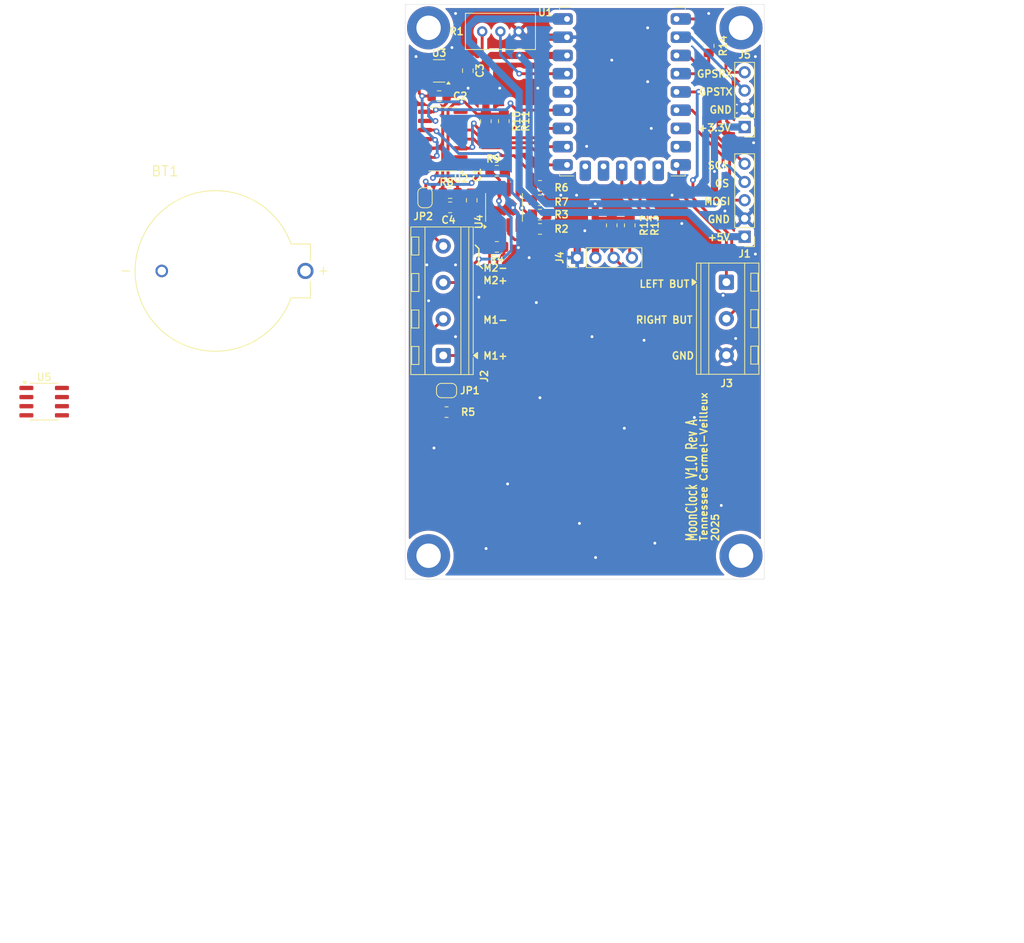
<source format=kicad_pcb>
(kicad_pcb (version 20241229) (generator "pcbnew") (generator_version "9.0")
  (layers (0 "F.Cu" signal) (2 "B.Cu" signal) (13 "F.Paste" user) (15 "B.Paste" user) (5 "F.SilkS" user "F.Silkscreen") (7 "B.SilkS" user "B.Silkscreen") (1 "F.Mask" user) (3 "B.Mask" user) (25 "Edge.Cuts" user))
  (net 0 "")
  (net 1 "GND")
  (net 2 "+3.3V")
  (net 3 "VREF_2048")
  (net 4 "DISP_SCK")
  (net 5 "DISP_CS")
  (net 6 "DISP_MOSI")
  (net 7 "+5V")
  (net 8 "/M2-")
  (net 9 "/M1+")
  (net 10 "/M1-")
  (net 11 "/M2+")
  (net 12 "RIGHT_BUT")
  (net 13 "LEFT_BUT")
  (net 14 "I2C1_SCL")
  (net 15 "I2C1_SDA")
  (net 16 "GPS_TX")
  (net 17 "GPS_RX")
  (net 18 "Net-(JP1-B)")
  (net 19 "Net-(JP2-B)")
  (net 20 "/CAL")
  (net 21 "Net-(U4A-+)")
  (net 22 "/M1_DAC")
  (net 23 "/M2_DAC")
  (net 24 "Net-(U4B-+)")
  (net 25 "DAC_CS")
  (net 26 "DAC_LDAC")
  (net 28 "DAC_SCK")
  (net 29 "DAC_MOSI")
  (net 38 "Net-(BT1-+)")
  (footprint "Resistor_SMD:R_0805_2012Metric_Pad1.20x1.40mm_HandSolder" (layer "F.Cu") (at 136.75 85.15)
    (property "Reference" "R6")
    (property "Value" "R_US" (hide yes))
  )
  (footprint "TerminalBlock_RND:TerminalBlock_RND_205-00234_1x04_P5.08mm_Horizontal" (layer "F.Cu") (at 123.2925 108.77 90)
    (property "Reference" "J2")
    (property "Value" "Screw_Terminal_01x04" (hide yes))
  )
  (footprint "bs7:BAT_BS-7" (layer "F.Cu") (at 94.1 97)
    (property "Reference" "BT1")
    (property "Value" "Battery_Cell")
  )
  (footprint "Connector_PinHeader_2.54mm:PinHeader_1x04_P2.54mm_Vertical" (layer "F.Cu") (at 141.94 95.15 90)
    (property "Reference" "J4")
    (property "Value" "Conn_01x04" (hide yes))
  )
  (footprint "Package_TO_SOT_SMD:SOT-23-6" (layer "F.Cu") (at 122.7125 69.15 180)
    (property "Reference" "U3")
    (property "Value" "MAX6071AAUT21+T" (hide yes))
  )
  (footprint "Potentiometer_THT:Potentiometer_Bourns_3296W_Vertical" (layer "F.Cu") (at 128.71 63.655 180)
    (property "Reference" "R1")
    (property "Value" "10K" (hide yes))
  )
  (footprint "Resistor_SMD:R_0805_2012Metric_Pad1.20x1.40mm_HandSolder" (layer "F.Cu") (at 136.75 89.15)
    (property "Reference" "R3")
    (property "Value" "R_US" (hide yes))
  )
  (footprint "Resistor_SMD:R_0805_2012Metric_Pad1.20x1.40mm_HandSolder" (layer "F.Cu") (at 130.75 83.05 180)
    (property "Reference" "R9")
    (property "Value" "R_US" (hide yes))
  )
  (footprint "Resistor_SMD:R_0805_2012Metric_Pad1.20x1.40mm_HandSolder" (layer "F.Cu") (at 123.75 116.65)
    (property "Reference" "R5")
    (property "Value" "R_US" (hide yes))
  )
  (footprint "Package_SO:SOIC-8_3.9x4.9mm_P1.27mm" (layer "F.Cu") (at 67.725 115.195)
    (property "Reference" "U5")
    (property "Value" "MCP7940N-xSN")
  )
  (footprint "Capacitor_SMD:C_0805_2012Metric_Pad1.18x1.45mm_HandSolder" (layer "F.Cu") (at 127.25 87.15 -90)
    (property "Reference" "C1")
    (property "Value" "100n" (hide yes))
  )
  (footprint "Jumper:SolderJumper-2_P1.3mm_Open_RoundedPad1.0x1.5mm" (layer "F.Cu") (at 123.75 113.65)
    (property "Reference" "JP1")
    (property "Value" "SolderJumper_2_Open" (hide yes))
  )
  (footprint "Resistor_SMD:R_0805_2012Metric_Pad1.20x1.40mm_HandSolder" (layer "F.Cu") (at 130.75 93.65 180)
    (property "Reference" "R4")
    (property "Value" "R_US" (hide yes))
  )
  (footprint "Resistor_SMD:R_0805_2012Metric_Pad1.20x1.40mm_HandSolder" (layer "F.Cu") (at 146.75 90.65 -90)
    (property "Reference" "R12")
    (property "Value" "10k" (hide yes))
  )
  (footprint "Connector_PinHeader_2.54mm:PinHeader_1x05_P2.54mm_Vertical" (layer "F.Cu") (at 165.25 92.23 180)
    (property "Reference" "J1")
    (property "Value" "Conn_01x05" (hide yes))
  )
  (footprint "TerminalBlock_RND:TerminalBlock_RND_205-00233_1x03_P5.08mm_Horizontal" (layer "F.Cu") (at 162.7075 98.565 -90)
    (property "Reference" "J3")
    (property "Value" "Screw_Terminal_01x03" (hide yes))
  )
  (footprint "Resistor_SMD:R_0805_2012Metric_Pad1.20x1.40mm_HandSolder" (layer "F.Cu") (at 136.75 87.15)
    (property "Reference" "R7")
    (property "Value" "R_US" (hide yes))
  )
  (footprint "Package_SO:SOIC-8_3.9x4.9mm_P1.27mm" (layer "F.Cu") (at 131.75 88.15 90)
    (property "Reference" "U4")
    (property "Value" "MCP6002-xSN" (hide yes))
  )
  (footprint "Resistor_SMD:R_0805_2012Metric_Pad1.20x1.40mm_HandSolder" (layer "F.Cu") (at 129.225 76.15 -90)
    (property "Reference" "R10")
    (property "Value" "10k" (hide yes))
  )
  (footprint "Capacitor_SMD:C_0805_2012Metric_Pad1.18x1.45mm_HandSolder" (layer "F.Cu") (at 126.7125 69.1125 -90)
    (property "Reference" "C3")
    (property "Value" "100n" (hide yes))
  )
  (footprint "Resistor_SMD:R_0805_2012Metric_Pad1.20x1.40mm_HandSolder" (layer "F.Cu") (at 149.25 90.65 -90)
    (property "Reference" "R13")
    (property "Value" "10k" (hide yes))
  )
  (footprint "Jumper:SolderJumper-2_P1.3mm_Open_RoundedPad1.0x1.5mm" (layer "F.Cu") (at 120.75 86.8 90)
    (property "Reference" "JP2")
    (property "Value" "SolderJumper_2_Open" (hide yes))
  )
  (footprint "Resistor_SMD:R_0805_2012Metric_Pad1.20x1.40mm_HandSolder" (layer "F.Cu") (at 136.75 91.15)
    (property "Reference" "R2")
    (property "Value" "R_US" (hide yes))
  )
  (footprint "Capacitor_SMD:C_0805_2012Metric_Pad1.18x1.45mm_HandSolder" (layer "F.Cu") (at 124.25 86.15 180)
    (property "Reference" "C4")
    (property "Value" "100n" (hide yes))
  )
  (footprint "Resistor_SMD:R_0805_2012Metric_Pad1.20x1.40mm_HandSolder" (layer "F.Cu") (at 160.25 65.65 90)
    (property "Reference" "R14")
    (property "Value" "10k" (hide yes))
  )
  (footprint "Package_SO:SO-14_3.9x8.65mm_P1.27mm" (layer "F.Cu") (at 123.225 78.65 180)
    (property "Reference" "U2")
    (property "Value" "MCP4922-ESL" (hide yes))
  )
  (footprint "Resistor_SMD:R_0805_2012Metric_Pad1.20x1.40mm_HandSolder" (layer "F.Cu") (at 124.25 88.15)
    (property "Reference" "R8")
    (property "Value" "R_US" (hide yes))
  )
  (footprint "Resistor_SMD:R_0805_2012Metric_Pad1.20x1.40mm_HandSolder" (layer "F.Cu") (at 131.725 76.15 -90)
    (property "Reference" "R11")
    (property "Value" "10k" (hide yes))
  )
  (footprint "Connector_PinHeader_2.54mm:PinHeader_1x04_P2.54mm_Vertical" (layer "F.Cu") (at 165.25 76.96 180)
    (property "Reference" "J5")
    (property "Value" "Conn_01x04" (hide yes))
  )
  (footprint "rp2040-zero:RP2040-Zero" (layer "F.Cu") (at 137.985 84.775)
    (property "Reference" "U1")
    (property "Value" "RP2040-Zero")
  )
  (footprint "Capacitor_SMD:C_0805_2012Metric_Pad1.18x1.45mm_HandSolder" (layer "F.Cu") (at 122.7125 72.65)
    (property "Reference" "C2")
    (property "Value" "100n" (hide yes))
  )
  (gr_line (start 128.25 93.9) (end 127.75 93.4) (stroke (width 0.2)) (layer "F.SilkS"))
  (gr_line (start 128.75 96.65) (end 128.25 96.15) (stroke (width 0.2)) (layer "F.SilkS"))
  (gr_line (start 128.25 96.15) (end 128.25 93.9) (stroke (width 0.2)) (layer "F.SilkS"))
  (gr_rect (start 118 59.9) (end 168 139.9) (stroke (width 0.05)) (fill no) (layer "Edge.Cuts"))
  (gr_text "+3.3V" (at 158.7 77.65 0) (layer "F.SilkS") (effects (font (size 1 1) (thickness 0.2) (bold yes)) (justify left bottom)))
  (gr_text "M2-\n" (at 128.75 97.15 0) (layer "F.SilkS") (effects (font (size 1 1) (thickness 0.2) (bold yes)) (justify left bottom)))
  (gr_text "CS" (at 161 85.4 0) (layer "F.SilkS") (effects (font (size 1 1) (thickness 0.2) (bold yes)) (justify left bottom)))
  (gr_text "MOSI" (at 159.5 87.9 0) (layer "F.SilkS") (effects (font (size 1 1) (thickness 0.2) (bold yes)) (justify left bottom)))
  (gr_text "M2+\n" (at 128.75 98.9 0) (layer "F.SilkS") (effects (font (size 1 1) (thickness 0.2) (bold yes)) (justify left bottom)))
  (gr_text "M1-\n" (at 128.75 104.4 0) (layer "F.SilkS") (effects (font (size 1 1) (thickness 0.2) (bold yes)) (justify left bottom)))
  (gr_text "Tennessee Carmel-Veilleux\n2025" (at 161.75 134.75 90) (layer "F.SilkS") (effects (font (size 1 1) (thickness 0.2) (bold yes)) (justify left bottom)))
  (gr_text "GND" (at 160 90.4 0) (layer "F.SilkS") (effects (font (size 1 1) (thickness 0.2) (bold yes)) (justify left bottom)))
  (gr_text "M1+\n" (at 128.75 109.4 0) (layer "F.SilkS") (effects (font (size 1 1) (thickness 0.2) (bold yes)) (justify left bottom)))
  (gr_text "GND" (at 155 109.4 0) (layer "F.SilkS") (effects (font (size 1 1) (thickness 0.2)) (justify left bottom)))
  (gr_text "GPSTX" (at 158.75 72.65 0) (layer "F.SilkS") (effects (font (size 1 1) (thickness 0.2) (bold yes)) (justify left bottom)))
  (gr_text "+5V" (at 160 92.9 0) (layer "F.SilkS") (effects (font (size 1 1) (thickness 0.2) (bold yes)) (justify left bottom)))
  (gr_text "LEFT BUT" (at 150.5 99.4 0) (layer "F.SilkS") (effects (font (size 1 1) (thickness 0.2) (bold yes)) (justify left bottom)))
  (gr_text "SCK" (at 160 82.9 0) (layer "F.SilkS") (effects (font (size 1 1) (thickness 0.2) (bold yes)) (justify left bottom)))
  (gr_text "GND" (at 160.25 75.15 0) (layer "F.SilkS") (effects (font (size 1 1) (thickness 0.2) (bold yes)) (justify left bottom)))
  (gr_text "RIGHT BUT" (at 150 104.4 0) (layer "F.SilkS") (effects (font (size 1 1) (thickness 0.2) (bold yes)) (justify left bottom)))
  (gr_text "GPSRX\n" (at 158.5 70.15 0) (layer "F.SilkS") (effects (font (size 1 1) (thickness 0.2) (bold yes)) (justify left bottom)))
  (gr_text "MoonClock V1.0 Rev A" (at 158.75 134.75 90) (layer "F.SilkS") (effects (font (size 1.5 1) (thickness 0.2) (bold yes)) (justify left bottom)))
  (via (at 164.75 63.15) (size 6) (drill 3.4) (layers "F.Cu" "B.Cu") (net 0))
  (via (at 121.25 63.15) (size 6) (drill 3.4) (layers "F.Cu" "B.Cu") (net 0))
  (via (at 164.75 136.65) (size 6) (drill 3.4) (layers "F.Cu" "B.Cu") (net 0))
  (via (at 121.25 136.65) (size 6) (drill 3.4) (layers "F.Cu" "B.Cu") (net 0))
  (segment (start 127.2125 88.15) (end 127.25 88.1875) (width 0.4) (layer "F.Cu") (net 1))
  (segment (start 123.75 72.65) (end 123.75 73.65) (width 0.4) (layer "F.Cu") (net 1))
  (segment (start 123.85 70.1) (end 125.25 70.1) (width 0.4) (layer "F.Cu") (net 1))
  (segment (start 131.65 96.35) (end 133.75 94.25) (width 0.4) (layer "F.Cu") (net 1))
  (segment (start 126.75 71.55) (end 126.85 71.65) (width 1) (layer "F.Cu") (net 1))
  (segment (start 141.95 86.55) (end 141.85 86.45) (width 1) (layer "F.Cu") (net 1))
  (segment (start 123.25 86.15) (end 125.25 88.15) (width 0.4) (layer "F.Cu") (net 1))
  (segment (start 127.25 88.1875) (end 132.9875 88.1875) (width 0.4) (layer "F.Cu") (net 1))
  (segment (start 140.525 64.455) (end 134.59 64.455) (width 1) (layer "F.Cu") (net 1))
  (segment (start 131.65 106.65) (end 131.65 96.35) (width 0.4) (layer "F.Cu") (net 1))
  (segment (start 162.7075 108.725) (end 160.55 106.5675) (width 0.4) (layer "F.Cu") (net 1))
  (segment (start 123.85 69.15) (end 124.95 69.15) (width 0.4) (layer "F.Cu") (net 1))
  (segment (start 123.2125 74.1875) (end 123.2125 79.95) (width 0.4) (layer "F.Cu") (net 1))
  (segment (start 125.25 69.45) (end 125.25 70.1) (width 0.4) (layer "F.Cu") (net 1))
  (segment (start 133.655 88.855) (end 133.655 90.625) (width 0.4) (layer "F.Cu") (net 1))
  (segment (start 120.75 79.92) (end 123.1825 79.92) (width 0.4) (layer "F.Cu") (net 1))
  (segment (start 138.95 87.15) (end 139.65 86.45) (width 0.4) (layer "F.Cu") (net 1))
  (segment (start 131.15 71.55) (end 136.45 71.55) (width 1) (layer "F.Cu") (net 1))
  (segment (start 125.25 70.1) (end 126.6625 70.1) (width 0.4) (layer "F.Cu") (net 1))
  (segment (start 123.2125 86.15) (end 123.25 86.15) (width 0.4) (layer "F.Cu") (net 1))
  (segment (start 137.75 91.15) (end 141.94 91.15) (width 0.4) (layer "F.Cu") (net 1))
  (segment (start 126.7125 71.5125) (end 126.75 71.55) (width 1) (layer "F.Cu") (net 1))
  (segment (start 123.75 73.65) (end 123.2125 74.1875) (width 0.4) (layer "F.Cu") (net 1))
  (segment (start 125.75 116.65) (end 126.45 115.95) (width 0.4) (layer "F.Cu") (net 1))
  (segment (start 126.7125 70.15) (end 126.7125 71.5125) (width 1) (layer "F.Cu") (net 1))
  (segment (start 160.55 91.85) (end 155.15 86.45) (width 0.4) (layer "F.Cu") (net 1))
  (segment (start 134.59 64.455) (end 133.79 63.655) (width 1) (layer "F.Cu") (net 1))
  (segment (start 141.94 91.15) (end 141.94 86.56) (width 1) (layer "F.Cu") (net 1))
  (segment (start 125.25 88.15) (end 127.2125 88.15) (width 0.4) (layer "F.Cu") (net 1))
  (segment (start 124.75 116.65) (end 125.75 116.65) (width 0.4) (layer "F.Cu") (net 1))
  (segment (start 126.45 115.95) (end 126.45 111.85) (width 0.4) (layer "F.Cu") (net 1))
  (segment (start 160.55 106.5675) (end 160.55 91.85) (width 0.4) (layer "F.Cu") (net 1))
  (segment (start 124.95 69.15) (end 125.25 69.45) (width 0.4) (layer "F.Cu") (net 1))
  (segment (start 133.75 94.25) (end 133.75 93.75) (width 0.4) (layer "F.Cu") (net 1))
  (segment (start 123.1825 79.92) (end 123.2125 79.95) (width 0.4) (layer "F.Cu") (net 1))
  (segment (start 123.2125 86.15) (end 123.2125 79.95) (width 0.4) (layer "F.Cu") (net 1))
  (segment (start 141.94 95.15) (end 141.94 91.15) (width 1) (layer "F.Cu") (net 1))
  (segment (start 126.45 111.85) (end 131.65 106.65) (width 0.4) (layer "F.Cu") (net 1))
  (segment (start 126.6625 70.1) (end 126.7125 70.15) (width 0.4) (layer "F.Cu") (net 1))
  (segment (start 123.25 86.1875) (end 123.2125 86.15) (width 0.4) (layer "F.Cu") (net 1))
  (segment (start 141.94 86.56) (end 141.95 86.55) (width 1) (layer "F.Cu") (net 1))
  (segment (start 124.75 72.65) (end 125.8875 71.5125) (width 0.4) (layer "F.Cu") (net 1))
  (segment (start 123.75 72.65) (end 124.75 72.65) (width 0.4) (layer "F.Cu") (net 1))
  (segment (start 137.75 87.15) (end 138.95 87.15) (width 0.4) (layer "F.Cu") (net 1))
  (segment (start 132.9875 88.1875) (end 133.655 88.855) (width 0.4) (layer "F.Cu") (net 1))
  (segment (start 125.8875 71.5125) (end 126.7125 71.5125) (width 0.4) (layer "F.Cu") (net 1))
  (via (at 160.25 61.15) (size 0.8) (drill 0.4) (layers "F.Cu" "B.Cu") (net 1))
  (via (at 128.25 100.65) (size 0.8) (drill 0.4) (layers "F.Cu" "B.Cu") (net 1))
  (via (at 135.25 95.15) (size 0.8) (drill 0.4) (layers "F.Cu" "B.Cu") (net 1))
  (via (at 125 61.15) (size 0.8) (drill 0.4) (layers "F.Cu" "B.Cu") (net 1))
  (via (at 136.25 101.4) (size 0.8) (drill 0.4) (layers "F.Cu" "B.Cu") (net 1))
  (via (at 162 129.65) (size 0.8) (drill 0.4) (layers "F.Cu" "B.Cu") (net 1))
  (via (at 158.25 117.4) (size 0.8) (drill 0.4) (layers "F.Cu" "B.Cu") (net 1))
  (via (at 162.5 88.65) (size 0.8) (drill 0.4) (layers "F.Cu" "B.Cu") (net 1))
  (via (at 143 91.4) (size 0.8) (drill 0.4) (layers "F.Cu" "B.Cu") (net 1))
  (via (at 141.85 86.45) (size 0.8) (drill 0.4) (layers "F.Cu" "B.Cu") (net 1))
  (via (at 148.5 118.9) (size 0.8) (drill 0.4) (layers "F.Cu" "B.Cu") (net 1))
  (via (at 151.25 106.65) (size 0.8) (drill 0.4) (layers "F.Cu" "B.Cu") (net 1))
  (via (at 164 106.4) (size 0.8) (drill 0.4) (layers "F.Cu" "B.Cu") (net 1))
  (via (at 129.25 135.65) (size 0.8) (drill 0.4) (layers "F.Cu" "B.Cu") (net 1))
  (via (at 166.5 79.15) (size 0.8) (drill 0.4) (layers "F.Cu" "B.Cu") (net 1))
  (via (at 155.15 86.45) (size 0.8) (drill 0.4) (layers "F.Cu" "B.Cu") (net 1))
  (via (at 156.5 90.4) (size 0.8) (drill 0.4) (layers "F.Cu" "B.Cu") (net 1))
  (via (at 166.75 94.65) (size 0.8) (drill 0.4) (layers "F.Cu" "B.Cu") (net 1))
  (via (at 136.45 71.55) (size 0.8) (drill 0.4) (layers "F.Cu" "B.Cu") (net 1))
  (via (at 144.5 136.9) (size 0.8) (drill 0.4) (layers "F.Cu" "B.Cu") (net 1))
  (via (at 136.75 114.65) (size 0.8) (drill 0.4) (layers "F.Cu" "B.Cu") (net 1))
  (via (at 121.25 101.15) (size 0.8) (drill 0.4) (layers "F.Cu" "B.Cu") (net 1))
  (via (at 143.25 79.65) (size 0.8) (drill 0.4) (layers "F.Cu" "B.Cu") (net 1))
  (via (at 142.25 132.15) (size 0.8) (drill 0.4) (layers "F.Cu" "B.Cu") (net 1))
  (via (at 125 106.15) (size 0.8) (drill 0.4) (layers "F.Cu" "B.Cu") (net 1))
  (via (at 162.25 100.4) (size 0.8) (drill 0.4) (layers "F.Cu" "B.Cu") (net 1))
  (via (at 132.9875 88.1875) (size 0.8) (drill 0.4) (layers "F.Cu" "B.Cu") (net 1))
  (via (at 126.75 71.55) (size 0.8) (drill 0.4) (layers "F.Cu" "B.Cu") (net 1))
  (via (at 144 106.15) (size 0.8) (drill 0.4) (layers "F.Cu" "B.Cu") (net 1))
  (via (at 131.15 71.55) (size 0.8) (drill 0.4) (layers "F.Cu" "B.Cu") (net 1))
  (via (at 125 96.15) (size 0.8) (drill 0.4) (layers "F.Cu" "B.Cu") (net 1))
  (via (at 139.65 86.45) (size 0.8) (drill 0.4) (layers "F.Cu" "B.Cu") (net 1))
  (via (at 152.75 134.9) (size 0.8) (drill 0.4) (layers "F.Cu" "B.Cu") (net 1))
  (via (at 124.5 65.9) (size 0.8) (drill 0.4) (layers "F.Cu" "B.Cu") (net 1))
  (via (at 133.75 93.75) (size 0.8) (drill 0.4) (layers "F.Cu" "B.Cu") (net 1))
  (via (at 122 121.65) (size 0.8) (drill 0.4) (layers "F.Cu" "B.Cu") (net 1))
  (via (at 151.75 70.65) (size 0.8) (drill 0.4) (layers "F.Cu" "B.Cu") (net 1))
  (via (at 166.75 67.15) (size 0.8) (drill 0.4) (layers "F.Cu" "B.Cu") (net 1))
  (via (at 121 96.15) (size 0.8) (drill 0.4) (layers "F.Cu" "B.Cu") (net 1))
  (via (at 151.75 63.15) (size 0.8) (drill 0.4) (layers "F.Cu" "B.Cu") (net 1))
  (via (at 132.25 126.65) (size 0.8) (drill 0.4) (layers "F.Cu" "B.Cu") (net 1))
  (via (at 146.75 67.65) (size 0.8) (drill 0.4) (layers "F.Cu" "B.Cu") (net 1))
  (via (at 119.5 67.15) (size 0.8) (drill 0.4) (layers "F.Cu" "B.Cu") (net 1))
  (via (at 152.25 77.15) (size 0.8) (drill 0.4) (layers "F.Cu" "B.Cu") (net 1))
  (segment (start 165.25 89.69) (end 162.009 86.449) (width 1) (layer "B.Cu") (net 1))
  (segment (start 136.45 71.55) (end 136.45 84.75) (width 1) (layer "B.Cu") (net 1))
  (segment (start 132.95 88.25) (end 132.9875 88.2125) (width 0.4) (layer "B.Cu") (net 1))
  (segment (start 162.009 86.449) (end 160.849 86.449) (width 1) (layer "B.Cu") (net 1))
  (segment (start 159.35 84.95) (end 159.85 84.45) (width 1) (layer "B.Cu") (net 1))
  (segment (start 126.75 71.55) (end 127.45 72.25) (width 1) (layer "B.Cu") (net 1))
  (segment (start 131.15 71.55) (end 130.85 71.85) (width 1) (layer "B.Cu") (net 1))
  (segment (start 159.85 84.45) (end 159.85 75.65) (width 1) (layer "B.Cu") (net 1))
  (segment (start 157.85 86.45) (end 159.35 84.95) (width 1) (layer "B.Cu") (net 1))
  (segment (start 136.45 84.75) (end 138.15 86.45) (width 1) (layer "B.Cu") (net 1))
  (segment (start 141.85 86.45) (end 157.85 86.45) (width 1) (layer "B.Cu") (net 1))
  (segment (start 133.75 93.75) (end 133.75 89.05) (width 0.4) (layer "B.Cu") (net 1))
  (segment (start 130.45 72.25) (end 131.15 71.55) (width 1) (layer "B.Cu") (net 1))
  (segment (start 161.08 74.42) (end 165.25 74.42) (width 1) (layer "B.Cu") (net 1))
  (segment (start 127.45 72.25) (end 130.45 72.25) (width 1) (layer "B.Cu") (net 1))
  (segment (start 138.15 86.45) (end 139.65 86.45) (width 1) (layer "B.Cu") (net 1))
  (segment (start 133.75 89.05) (end 132.95 88.25) (width 0.4) (layer "B.Cu") (net 1))
  (segment (start 160.849 86.449) (end 159.35 84.95) (width 1) (layer "B.Cu") (net 1))
  (segment (start 139.65 86.45) (end 141.85 86.45) (width 1) (layer "B.Cu") (net 1))
  (segment (start 133.79 63.655) (end 136.45 66.315) (width 1) (layer "B.Cu") (net 1))
  (segment (start 159.85 75.65) (end 161.08 74.42) (width 1) (layer "B.Cu") (net 1))
  (segment (start 136.45 66.315) (end 136.45 71.55) (width 1) (layer "B.Cu") (net 1))
  (segment (start 132.9875 88.2125) (end 132.9875 88.1875) (width 0.4) (layer "B.Cu") (net 1))
  (segment (start 120.75 76.11) (end 122.21 76.11) (width 0.4) (layer "F.Cu") (net 2))
  (segment (start 129.225 67.925) (end 129.225 75.15) (width 1) (layer "F.Cu") (net 2))
  (segment (start 129.15 67.85) (end 129.225 67.925) (width 1) (layer "F.Cu") (net 2))
  (segment (start 127.25 86.1125) (end 128.2125 86.1125) (width 0.4) (layer "F.Cu") (net 2))
  (segment (start 129.845 86.655) (end 129.845 85.675) (width 0.4) (layer "F.Cu") (net 2))
  (segment (start 126.25 73.45) (end 127.95 75.15) (width 0.4) (layer "F.Cu") (net 2))
  (segment (start 160.25 66.65) (end 160.25 68.15) (width 0.4) (layer "F.Cu") (net 2))
  (segment (start 162.75 70.65) (end 162.75 76.15) (width 0.4) (layer "F.Cu") (net 2))
  (segment (start 123.85 68.2) (end 126.5875 68.2) (width 0.4) (layer "F.Cu") (net 2))
  (segment (start 123.96 82.46) (end 123.95 82.45) (width 0.4) (layer "F.Cu") (net 2))
  (segment (start 126.5875 68.2) (end 126.7125 68.075) (width 0.4) (layer "F.Cu") (net 2))
  (segment (start 125.85 73.45) (end 126.25 73.45) (width 0.4) (layer "F.Cu") (net 2))
  (segment (start 124.75 73.75) (end 123.95 74.55) (width 0.4) (layer "F.Cu") (net 2))
  (segment (start 144.45 89.65) (end 144.45 87.65) (width 1) (layer "F.Cu") (net 2))
  (segment (start 144.45 89.65) (end 144.48 89.68) (width 0.4) (layer "F.Cu") (net 2))
  (segment (start 163.56 76.96) (end 165.25 76.96) (width 0.4) (layer "F.Cu") (net 2))
  (segment (start 123.95 74.55) (end 123.95 82.45) (width 0.4) (layer "F.Cu") (net 2))
  (segment (start 125.7 82.46) (end 123.96 82.46) (width 0.4) (layer "F.Cu") (net 2))
  (segment (start 128.71 66.61) (end 129.55 67.45) (width 0.4) (layer "F.Cu") (net 2))
  (segment (start 161.05 83.151) (end 161.05 87.65) (width 1) (layer "F.Cu") (net 2))
  (segment (start 144.48 89.68) (end 144.48 95.15) (width 1) (layer "F.Cu") (net 2))
  (segment (start 133.895 66.995) (end 130.005 66.995) (width 1) (layer "F.Cu") (net 2))
  (segment (start 125.85 73.45) (end 125.55 73.75) (width 0.4) (layer "F.Cu") (net 2))
  (segment (start 130.005 66.995) (end 129.55 67.45) (width 1) (layer "F.Cu") (net 2))
  (segment (start 127.95 75.15) (end 129.225 75.15) (width 0.4) (layer "F.Cu") (net 2))
  (segment (start 128.2125 86.1125) (end 129.05 86.95) (width 0.4) (layer "F.Cu") (net 2))
  (segment (start 160.25 68.15) (end 162.75 70.65) (width 0.4) (layer "F.Cu") (net 2))
  (segment (start 140.525 66.995) (end 133.895 66.995) (width 1) (layer "F.Cu") (net 2))
  (segment (start 129.55 67.45) (end 129.15 67.85) (width 1) (layer "F.Cu") (net 2))
  (segment (start 129.05 86.95) (end 129.55 86.95) (width 0.4) (layer "F.Cu") (net 2))
  (segment (start 161.051 83.15) (end 161.05 83.151) (width 1) (layer "F.Cu") (net 2))
  (segment (start 129.225 75.15) (end 131.725 75.15) (width 0.4) (layer "F.Cu") (net 2))
  (segment (start 123.95 83.85) (end 123.95 82.45) (width 0.4) (layer "F.Cu") (net 2))
  (segment (start 162.75 76.15) (end 163.56 76.96) (width 0.4) (layer "F.Cu") (net 2))
  (segment (start 125.2875 86.15) (end 127.2125 86.15) (width 0.4) (layer "F.Cu") (net 2))
  (segment (start 129.55 86.95) (end 129.845 86.655) (width 0.4) (layer "F.Cu") (net 2))
  (segment (start 125.55 73.75) (end 124.75 73.75) (width 0.4) (layer "F.Cu") (net 2))
  (segment (start 127.2125 86.15) (end 127.25 86.1125) (width 0.4) (layer "F.Cu") (net 2))
  (segment (start 128.925 68.075) (end 129.15 67.85) (width 0.4) (layer "F.Cu") (net 2))
  (segment (start 149.25 89.65) (end 144.45 89.65) (width 0.4) (layer "F.Cu") (net 2))
  (segment (start 126.7125 68.075) (end 128.925 68.075) (width 0.4) (layer "F.Cu") (net 2))
  (segment (start 125.2875 85.1875) (end 123.95 83.85) (width 0.4) (layer "F.Cu") (net 2))
  (segment (start 128.71 63.655) (end 128.71 66.61) (width 0.4) (layer "F.Cu") (net 2))
  (segment (start 121.575 68.2) (end 123.85 68.2) (width 0.4) (layer "F.Cu") (net 2))
  (segment (start 125.2875 86.15) (end 125.2875 85.1875) (width 0.4) (layer "F.Cu") (net 2))
  (via (at 161.05 87.65) (size 0.8) (drill 0.4) (layers "F.Cu" "B.Cu") (net 2))
  (via (at 122.21 76.11) (size 0.8) (drill 0.4) (layers "F.Cu" "B.Cu") (net 2))
  (via (at 125.85 73.45) (size 0.8) (drill 0.4) (layers "F.Cu" "B.Cu") (net 2))
  (via (at 144.45 87.65) (size 0.8) (drill 0.4) (layers "F.Cu" "B.Cu") (net 2))
  (via (at 161.051 83.15) (size 0.8) (drill 0.4) (layers "F.Cu" "B.Cu") (net 2))
  (via (at 133.895 66.995) (size 0.8) (drill 0.4) (layers "F.Cu" "B.Cu") (net 2))
  (segment (start 121.91 76.11) (end 122.21 76.11) (width 0.4) (layer "B.Cu") (net 2))
  (segment (start 162.15 76.95) (end 162.16 76.96) (width 1) (layer "B.Cu") (net 2))
  (segment (start 162.16 76.96) (end 165.25 76.96) (width 1) (layer "B.Cu") (net 2))
  (segment (start 135.249 68.349) (end 135.249001 85.247471) (width 1) (layer "B.Cu") (net 2))
  (segment (start 121.25 75.45) (end 121.91 76.11) (width 0.4) (layer "B.Cu") (net 2))
  (segment (start 133.895 66.995) (end 135.249 68.349) (width 1) (layer "B.Cu") (net 2))
  (segment (start 137.65153 87.65) (end 144.45 87.65) (width 1) (layer "B.Cu") (net 2))
  (segment (start 161.051 83.15) (end 161.051 84.94747) (width 1) (layer "B.Cu") (net 2))
  (segment (start 121.75 73.45) (end 121.25 73.95) (width 0.4) (layer "B.Cu") (net 2))
  (segment (start 135.249001 85.247471) (end 137.65153 87.65) (width 1) (layer "B.Cu") (net 2))
  (segment (start 125.85 73.45) (end 121.75 73.45) (width 0.4) (layer "B.Cu") (net 2))
  (segment (start 161.051 84.94747) (end 161.051 78.049) (width 1) (layer "B.Cu") (net 2))
  (segment (start 161.051 78.049) (end 162.15 76.95) (width 1) (layer "B.Cu") (net 2))
  (segment (start 144.45 87.65) (end 161.05 87.65) (width 1) (layer "B.Cu") (net 2))
  (segment (start 121.25 73.95) (end 121.25 75.45) (width 0.4) (layer "B.Cu") (net 2))
  (segment (start 122.395 81.005) (end 122.21 81.19) (width 0.4) (layer "F.Cu") (net 3))
  (segment (start 119.95 70.05) (end 119.95 72.25) (width 0.4) (layer "F.Cu") (net 3))
  (segment (start 122.21 81.19) (end 120.75 81.19) (width 0.4) (layer "F.Cu") (net 3))
  (segment (start 120.35 72.65) (end 121.675 72.65) (width 0.4) (layer "F.Cu") (net 3))
  (segment (start 121.575 69.15) (end 120.55 69.15) (width 0.4) (layer "F.Cu") (net 3))
  (segment (start 122.395 80.95) (end 122.395 81.005) (width 0.4) (layer "F.Cu") (net 3))
  (segment (start 121.575 70.1) (end 120 70.1) (width 0.4) (layer "F.Cu") (net 3))
  (segment (start 122.05 78.65) (end 120.75 78.65) (width 0.4) (layer "F.Cu") (net 3))
  (segment (start 120.55 69.15) (end 119.95 69.75) (width 0.4) (layer "F.Cu") (net 3))
  (segment (start 119.95 72.25) (end 120.35 72.65) (width 0.4) (layer "F.Cu") (net 3))
  (segment (start 119.95 69.75) (end 119.95 70.05) (width 0.4) (layer "F.Cu") (net 3))
  (segment (start 120 70.1) (end 119.95 70.05) (width 0.4) (layer "F.Cu") (net 3))
  (segment (start 122.15 78.75) (end 122.05 78.65) (width 0.4) (layer "F.Cu") (net 3))
  (via (at 122.395 80.95) (size 0.8) (drill 0.4) (layers "F.Cu" "B.Cu") (net 3))
  (via (at 120.35 72.65) (size 0.8) (drill 0.4) (layers "F.Cu" "B.Cu") (net 3))
  (via (at 122.15 78.75) (size 0.8) (drill 0.4) (layers "F.Cu" "B.Cu") (net 3))
  (segment (start 122.45 80.895) (end 122.395 80.95) (width 0.4) (layer "B.Cu") (net 3))
  (segment (start 122.15 78.75) (end 120.35 76.95) (width 0.4) (layer "B.Cu") (net 3))
  (segment (start 122.45 79.05) (end 122.45 80.895) (width 0.4) (layer "B.Cu") (net 3))
  (segment (start 120.35 76.95) (end 120.35 72.65) (width 0.4) (layer "B.Cu") (net 3))
  (segment (start 122.15 78.75) (end 122.45 79.05) (width 0.4) (layer "B.Cu") (net 3))
  (segment (start 165.25 82.07) (end 160.65 77.47) (width 0.4) (layer "F.Cu") (net 4))
  (segment (start 160.65 77.47) (end 160.65 70.25) (width 0.4) (layer "F.Cu") (net 4))
  (segment (start 157.395 66.995) (end 155.765 66.995) (width 0.4) (layer "F.Cu") (net 4))
  (segment (start 160.65 70.25) (end 157.395 66.995) (width 0.4) (layer "F.Cu") (net 4))
  (segment (start 158.649 77.45) (end 158.649 75.349) (width 0.4) (layer "F.Cu") (net 5))
  (segment (start 161.749 80.55) (end 158.649 77.45) (width 0.4) (layer "F.Cu") (net 5))
  (segment (start 162.25 81.05) (end 161.75 80.55) (width 0.4) (layer "F.Cu") (net 5))
  (segment (start 158.649 75.349) (end 157.915 74.615) (width 0.4) (layer "F.Cu") (net 5))
  (segment (start 162.25 82.35) (end 162.25 81.05) (width 0.4) (layer "F.Cu") (net 5))
  (segment (start 157.915 74.615) (end 155.765 74.615) (width 0.4) (layer "F.Cu") (net 5))
  (segment (start 161.75 80.55) (end 161.749 80.55) (width 0.4) (layer "F.Cu") (net 5))
  (via (at 162.25 82.35) (size 0.8) (drill 0.4) (layers "F.Cu" "B.Cu") (net 5))
  (segment (start 162.25 82.35) (end 162.99 82.35) (width 0.4) (layer "B.Cu") (net 5))
  (segment (start 162.99 82.35) (end 165.25 84.61) (width 0.4) (layer "B.Cu") (net 5))
  (segment (start 158.335 69.535) (end 159.95 71.15) (width 0.4) (layer "F.Cu") (net 6))
  (segment (start 163.15 86.75) (end 163.55 87.15) (width 0.4) (layer "F.Cu") (net 6))
  (segment (start 163.55 87.15) (end 165.25 87.15) (width 0.4) (layer "F.Cu") (net 6))
  (segment (start 155.765 69.535) (end 158.335 69.535) (width 0.4) (layer "F.Cu") (net 6))
  (segment (start 163.15 80.85) (end 163.15 86.75) (width 0.4) (layer "F.Cu") (net 6))
  (segment (start 159.95 71.15) (end 159.95 77.65) (width 0.4) (layer "F.Cu") (net 6))
  (segment (start 159.95 77.65) (end 163.15 80.85) (width 0.4) (layer "F.Cu") (net 6))
  (segment (start 137.15306 88.85) (end 157.45 88.85) (width 1) (layer "B.Cu") (net 7))
  (segment (start 133.85 85.54694) (end 137.15306 88.85) (width 1) (layer "B.Cu") (net 7))
  (segment (start 160.87 92.23) (end 165.25 92.23) (width 1) (layer "B.Cu") (net 7))
  (segment (start 126.75 63.05) (end 126.75 64.95) (width 1) (layer "B.Cu") (net 7))
  (segment (start 160.85 92.25) (end 160.87 92.23) (width 1) (layer "B.Cu") (net 7))
  (segment (start 127.885 61.915) (end 126.75 63.05) (width 1) (layer "B.Cu") (net 7))
  (segment (start 140.525 61.915) (end 127.885 61.915) (width 1) (layer "B.Cu") (net 7))
  (segment (start 126.75 64.95) (end 133.85 72.05) (width 1) (layer "B.Cu") (net 7))
  (segment (start 157.45 88.85) (end 160.85 92.25) (width 1) (layer "B.Cu") (net 7))
  (segment (start 133.85 72.05) (end 133.85 85.54694) (width 1) (layer "B.Cu") (net 7))
  (segment (start 123.25 88.95) (end 122.75 89.45) (width 0.4) (layer "F.Cu") (net 8))
  (segment (start 122.75 89.45) (end 120.75 89.45) (width 0.4) (layer "F.Cu") (net 8))
  (segment (start 123.25 88.15) (end 123.25 88.95) (width 0.4) (layer "F.Cu") (net 8))
  (segment (start 120.75 90.9875) (end 123.2925 93.53) (width 0.4) (layer "F.Cu") (net 8))
  (segment (start 120.75 87.45) (end 120.75 89.45) (width 0.4) (layer "F.Cu") (net 8))
  (segment (start 120.75 89.45) (end 120.75 90.9875) (width 0.4) (layer "F.Cu") (net 8))
  (segment (start 129.845 90.625) (end 129.845 93.555) (width 0.4) (layer "F.Cu") (net 9))
  (segment (start 129.845 93.555) (end 129.75 93.65) (width 0.4) (layer "F.Cu") (net 9))
  (segment (start 129.75 93.65) (end 129.75 106.45) (width 0.4) (layer "F.Cu") (net 9))
  (segment (start 129.75 106.45) (end 127.43 108.77) (width 0.4) (layer "F.Cu") (net 9))
  (segment (start 127.43 108.77) (end 123.2925 108.77) (width 0.4) (layer "F.Cu") (net 9))
  (segment (start 123.2925 103.69) (end 121.35 105.6325) (width 0.4) (layer "F.Cu") (net 10))
  (segment (start 122.05 113.65) (end 123.1 113.65) (width 0.4) (layer "F.Cu") (net 10))
  (segment (start 121.35 105.6325) (end 121.35 112.95) (width 0.4) (layer "F.Cu") (net 10))
  (segment (start 122.65 115.35) (end 122.75 115.45) (width 0.4) (layer "F.Cu") (net 10))
  (segment (start 121.35 112.95) (end 122.05 113.65) (width 0.4) (layer "F.Cu") (net 10))
  (segment (start 123.1 113.65) (end 123.1 114.9) (width 0.4) (layer "F.Cu") (net 10))
  (segment (start 123.1 114.9) (end 122.65 115.35) (width 0.4) (layer "F.Cu") (net 10))
  (segment (start 122.75 115.45) (end 122.75 116.65) (width 0.4) (layer "F.Cu") (net 10))
  (segment (start 129.75 82.65) (end 129.75 82.95) (width 0.4) (layer "F.Cu") (net 11))
  (segment (start 128.25 95.35) (end 124.99 98.61) (width 0.4) (layer "F.Cu") (net 11))
  (segment (start 131.115 84.315) (end 131.115 85.675) (width 0.4) (layer "F.Cu") (net 11))
  (segment (start 131.115 87.185) (end 131.05 87.25) (width 0.4) (layer "F.Cu") (net 11))
  (segment (start 129.75 82.95) (end 131.115 84.315) (width 0.4) (layer "F.Cu") (net 11))
  (segment (start 124.99 98.61) (end 123.2925 98.61) (width 0.4) (layer "F.Cu") (net 11))
  (segment (start 131.115 85.675) (end 131.115 87.185) (width 0.4) (layer "F.Cu") (net 11))
  (via (at 131.05 87.25) (size 0.8) (drill 0.4) (layers "F.Cu" "B.Cu") (net 11))
  (via (at 128.25 95.35) (size 0.8) (drill 0.4) (layers "F.Cu" "B.Cu") (net 11))
  (segment (start 132.75 89.55) (end 132.75 94.15) (width 0.4) (layer "B.Cu") (net 11))
  (segment (start 131.05 87.25) (end 131.05 87.85) (width 0.4) (layer "B.Cu") (net 11))
  (segment (start 132.75 94.15) (end 131.55 95.35) (width 0.4) (layer "B.Cu") (net 11))
  (segment (start 131.55 95.35) (end 128.25 95.35) (width 0.4) (layer "B.Cu") (net 11))
  (segment (start 131.05 87.85) (end 132.75 89.55) (width 0.4) (layer "B.Cu") (net 11))
  (segment (start 164.85 97.25) (end 164.85 101.5025) (width 0.4) (layer "F.Cu") (net 12))
  (segment (start 155.765 72.075) (end 158.825 72.075) (width 0.4) (layer "F.Cu") (net 12))
  (segment (start 158.825 72.075) (end 158.85 72.05) (width 0.4) (layer "F.Cu") (net 12))
  (segment (start 163.45 92.25) (end 163.45 95.85) (width 0.4) (layer "F.Cu") (net 12))
  (segment (start 158.05 84.35) (end 158.05 86.85) (width 0.4) (layer "F.Cu") (net 12))
  (segment (start 164.85 101.5025) (end 162.7075 103.645) (width 0.4) (layer "F.Cu") (net 12))
  (segment (start 163.45 95.85) (end 164.85 97.25) (width 0.4) (layer "F.Cu") (net 12))
  (segment (start 158.05 86.85) (end 163.45 92.25) (width 0.4) (layer "F.Cu") (net 12))
  (via (at 158.85 72.05) (size 0.8) (drill 0.4) (layers "F.Cu" "B.Cu") (net 12))
  (via (at 158.05 84.35) (size 0.8) (drill 0.4) (layers "F.Cu" "B.Cu") (net 12))
  (segment (start 158.85 72.05) (end 158.65 72.25) (width 0.4) (layer "B.Cu") (net 12))
  (segment (start 158.65 72.25) (end 158.65 83.75) (width 0.4) (layer "B.Cu") (net 12))
  (segment (start 158.65 83.75) (end 158.05 84.35) (width 0.4) (layer "B.Cu") (net 12))
  (segment (start 162.7075 98.565) (end 162.7075 92.6075) (width 0.4) (layer "F.Cu") (net 13))
  (segment (start 162.7075 92.6075) (end 156.05 85.95) (width 0.4) (layer "F.Cu") (net 13))
  (segment (start 156.05 85.95) (end 156.05 82.52) (width 0.4) (layer "F.Cu") (net 13))
  (segment (start 156.05 82.52) (end 155.765 82.235) (width 0.4) (layer "F.Cu") (net 13))
  (segment (start 150.75 91.65) (end 149.25 91.65) (width 0.4) (layer "F.Cu") (net 14))
  (segment (start 148.145 82.445) (end 148.145 85.845) (width 0.4) (layer "F.Cu") (net 14))
  (segment (start 149.25 91.65) (end 149.25 94.84) (width 0.4) (layer "F.Cu") (net 14))
  (segment (start 151.65 89.35) (end 151.65 90.75) (width 0.4) (layer "F.Cu") (net 14))
  (segment (start 148.145 85.845) (end 151.65 89.35) (width 0.4) (layer "F.Cu") (net 14))
  (segment (start 151.65 90.75) (end 150.75 91.65) (width 0.4) (layer "F.Cu") (net 14))
  (segment (start 149.25 94.84) (end 149.56 95.15) (width 0.4) (layer "F.Cu") (net 14))
  (segment (start 146.75 94.88) (end 147.02 95.15) (width 0.4) (layer "F.Cu") (net 15))
  (segment (start 152.45 94.75) (end 150.45 96.75) (width 0.4) (layer "F.Cu") (net 15))
  (segment (start 150.685 87.185) (end 152.45 88.95) (width 0.4) (layer "F.Cu") (net 15))
  (segment (start 146.75 91.65) (end 146.75 94.88) (width 0.4) (layer "F.Cu") (net 15))
  (segment (start 148.62 96.75) (end 147.02 95.15) (width 0.4) (layer "F.Cu") (net 15))
  (segment (start 150.45 96.75) (end 148.62 96.75) (width 0.4) (layer "F.Cu") (net 15))
  (segment (start 152.45 88.95) (end 152.45 94.75) (width 0.4) (layer "F.Cu") (net 15))
  (segment (start 150.685 82.445) (end 150.685 87.185) (width 0.4) (layer "F.Cu") (net 15))
  (segment (start 157.825 64.455) (end 155.765 64.455) (width 0.4) (layer "B.Cu") (net 16))
  (segment (start 165.25 71.88) (end 157.825 64.455) (width 0.4) (layer "B.Cu") (net 16))
  (segment (start 165.25 69.34) (end 163.04 69.34) (width 0.4) (layer "F.Cu") (net 17))
  (segment (start 155.765 61.915) (end 159.115 61.915) (width 0.4) (layer "F.Cu") (net 17))
  (segment (start 162.65 66.45) (end 160.85 64.65) (width 0.4) (layer "F.Cu") (net 17))
  (segment (start 160.25 63.05) (end 160.25 64.65) (width 0.4) (layer "F.Cu") (net 17))
  (segment (start 159.115 61.915) (end 160.25 63.05) (width 0.4) (layer "F.Cu") (net 17))
  (segment (start 160.85 64.65) (end 160.25 64.65) (width 0.4) (layer "F.Cu") (net 17))
  (segment (start 162.65 68.95) (end 162.65 66.45) (width 0.4) (layer "F.Cu") (net 17))
  (segment (start 163.04 69.34) (end 162.65 68.95) (width 0.4) (layer "F.Cu") (net 17))
  (segment (start 130.75 106.55) (end 124.4 112.9) (width 0.4) (layer "F.Cu") (net 18))
  (segment (start 124.4 112.9) (end 124.4 113.65) (width 0.4) (layer "F.Cu") (net 18))
  (segment (start 131.75 93.65) (end 131.75 94.55) (width 0.4) (layer "F.Cu") (net 18))
  (segment (start 131.75 94.55) (end 130.75 95.55) (width 0.4) (layer "F.Cu") (net 18))
  (segment (start 130.75 95.55) (end 130.75 106.55) (width 0.4) (layer "F.Cu") (net 18))
  (segment (start 131.115 90.625) (end 131.115 92.115) (width 0.4) (layer "F.Cu") (net 18))
  (segment (start 131.115 92.115) (end 131.75 92.75) (width 0.4) (layer "F.Cu") (net 18))
  (segment (start 131.75 92.75) (end 131.75 93.65) (width 0.4) (layer "F.Cu") (net 18))
  (segment (start 120.85 84.55) (end 120.85 86.05) (width 0.4) (layer "F.Cu") (net 19))
  (segment (start 127.25 84.65) (end 127.25 84.75) (width 0.4) (layer "F.Cu") (net 19))
  (segment (start 129 81.9) (end 128.299942 82.600058) (width 0.4) (layer "F.Cu") (net 19))
  (segment (start 128.299942 82.600058) (end 128.299942 83.600058) (width 0.4) (layer "F.Cu") (net 19))
  (segment (start 120.85 86.05) (end 120.75 86.15) (width 0.4) (layer "F.Cu") (net 19))
  (segment (start 131 81.9) (end 129 81.9) (width 0.4) (layer "F.Cu") (net 19))
  (segment (start 128.299942 83.600058) (end 127.25 84.65) (width 0.4) (layer "F.Cu") (net 19))
  (segment (start 132.385 83.285) (end 131 81.9) (width 0.4) (layer "F.Cu") (net 19))
  (segment (start 132.385 85.675) (end 132.385 83.285) (width 0.4) (layer "F.Cu") (net 19))
  (via (at 120.85 84.55) (size 0.8) (drill 0.4) (layers "F.Cu" "B.Cu") (net 19))
  (via (at 127.25 84.75) (size 0.8) (drill 0.4) (layers "F.Cu" "B.Cu") (net 19))
  (segment (start 127.25 84.75) (end 127.05 84.95) (width 0.4) (layer "B.Cu") (net 19))
  (segment (start 127.05 84.95) (end 121.25 84.95) (width 0.4) (layer "B.Cu") (net 19))
  (segment (start 121.25 84.95) (end 120.85 84.55) (width 0.4) (layer "B.Cu") (net 19))
  (segment (start 140.525 69.535) (end 133.865 69.535) (width 0.4) (layer "F.Cu") (net 20))
  (via (at 133.865 69.535) (size 0.8) (drill 0.4) (layers "F.Cu" "B.Cu") (net 20))
  (segment (start 133.865 69.535) (end 131.25 66.92) (width 0.4) (layer "B.Cu") (net 20))
  (segment (start 131.25 66.92) (end 131.25 63.655) (width 0.4) (layer "B.Cu") (net 20))
  (segment (start 135.75 91.15) (end 135.75 92.15) (width 0.4) (layer "F.Cu") (net 21))
  (segment (start 133.25 92.65) (end 132.385 91.785) (width 0.4) (layer "F.Cu") (net 21))
  (segment (start 135.75 92.15) (end 135.25 92.65) (width 0.4) (layer "F.Cu") (net 21))
  (segment (start 132.385 91.785) (end 132.385 90.625) (width 0.4) (layer "F.Cu") (net 21))
  (segment (start 135.25 92.65) (end 133.25 92.65) (width 0.4) (layer "F.Cu") (net 21))
  (segment (start 137.75 89.15) (end 135.75 91.15) (width 0.4) (layer "F.Cu") (net 21))
  (segment (start 135.75 89.15) (end 135.15 89.15) (width 0.4) (layer "F.Cu") (net 22))
  (segment (start 120.75 82.46) (end 122.16 82.46) (width 0.4) (layer "F.Cu") (net 22))
  (segment (start 122.16 82.46) (end 122.45 82.75) (width 0.4) (layer "F.Cu") (net 22))
  (segment (start 122.45 83.45) (end 121.85 84.05) (width 0.4) (layer "F.Cu") (net 22))
  (segment (start 135.15 89.15) (end 134.25 88.25) (width 0.4) (layer "F.Cu") (net 22))
  (segment (start 122.45 82.75) (end 122.45 83.45) (width 0.4) (layer "F.Cu") (net 22))
  (via (at 134.25 88.25) (size 0.8) (drill 0.4) (layers "F.Cu" "B.Cu") (net 22))
  (via (at 121.85 84.05) (size 0.8) (drill 0.4) (layers "F.Cu" "B.Cu") (net 22))
  (segment (start 132.85 84.45) (end 132.15 83.75) (width 0.4) (layer "B.Cu") (net 22))
  (segment (start 134.15 88.15) (end 134.15 87.35) (width 0.4) (layer "B.Cu") (net 22))
  (segment (start 134.25 88.25) (end 134.15 88.15) (width 0.4) (layer "B.Cu") (net 22))
  (segment (start 132.95 86.15) (end 132.85 86.15) (width 0.4) (layer "B.Cu") (net 22))
  (segment (start 134.15 87.35) (end 132.95 86.15) (width 0.4) (layer "B.Cu") (net 22))
  (segment (start 132.85 86.15) (end 132.85 84.45) (width 0.4) (layer "B.Cu") (net 22))
  (segment (start 122.15 83.75) (end 121.85 84.05) (width 0.4) (layer "B.Cu") (net 22))
  (segment (start 132.15 83.75) (end 122.15 83.75) (width 0.4) (layer "B.Cu") (net 22))
  (segment (start 122.18 77.38) (end 120.75 77.38) (width 0.4) (layer "F.Cu") (net 23))
  (segment (start 135.75 83.55) (end 135.75 85.15) (width 0.4) (layer "F.Cu") (net 23))
  (segment (start 130.905964 80.794036) (end 131.288071 80.794036) (width 0.4) (layer "F.Cu") (net 23))
  (segment (start 122.35 77.55) (end 122.18 77.38) (width 0.4) (layer "F.Cu") (net 23))
  (segment (start 131.288071 80.794036) (end 131.444035 80.95) (width 0.4) (layer "F.Cu") (net 23))
  (segment (start 131.444035 80.95) (end 133.15 80.95) (width 0.4) (layer "F.Cu") (net 23))
  (segment (start 133.15 80.95) (end 135.75 83.55) (width 0.4) (layer "F.Cu") (net 23))
  (via (at 130.905964 80.794036) (size 0.8) (drill 0.4) (layers "F.Cu" "B.Cu") (net 23))
  (via (at 122.35 77.55) (size 0.8) (drill 0.4) (layers "F.Cu" "B.Cu") (net 23))
  (segment (start 130.760929 80.649) (end 125.449 80.649) (width 0.4) (layer "B.Cu") (net 23))
  (segment (start 125.449 80.649) (end 123.251 78.451) (width 0.4) (layer "B.Cu") (net 23))
  (segment (start 122.781786 77.949) (end 122.749 77.949) (width 0.4) (layer "B.Cu") (net 23))
  (segment (start 123.251 78.451) (end 123.251 78.418214) (width 0.4) (layer "B.Cu") (net 23))
  (segment (start 123.251 78.418214) (end 122.781786 77.949) (width 0.4) (layer "B.Cu") (net 23))
  (segment (start 130.905964 80.794036) (end 130.760929 80.649) (width 0.4) (layer "B.Cu") (net 23))
  (segment (start 122.749 77.949) (end 122.35 77.55) (width 0.4) (layer "B.Cu") (net 23))
  (segment (start 134.05 87.15) (end 133.65 86.75) (width 0.4) (layer "F.Cu") (net 24))
  (segment (start 135.75 87.15) (end 134.05 87.15) (width 0.4) (layer "F.Cu") (net 24))
  (segment (start 133.655 86.745) (end 133.655 85.675) (width 0.4) (layer "F.Cu") (net 24))
  (segment (start 133.65 86.75) (end 133.655 86.745) (width 0.4) (layer "F.Cu") (net 24))
  (segment (start 137.75 85.15) (end 135.75 87.15) (width 0.4) (layer "F.Cu") (net 24))
  (segment (start 125.7 79.92) (end 127.18 79.92) (width 0.4) (layer "F.Cu") (net 25))
  (segment (start 127.18 79.92) (end 127.35 79.75) (width 0.4) (layer "F.Cu") (net 25))
  (segment (start 129.7 78.45) (end 129.225 77.975) (width 0.4) (layer "F.Cu") (net 25))
  (segment (start 127.55 76.45) (end 127.55 76.55) (width 0.4) (layer "F.Cu") (net 25))
  (segment (start 129.225 77.975) (end 129.225 77.15) (width 0.4) (layer "F.Cu") (net 25))
  (segment (start 140.525 77.155) (end 137.745 77.155) (width 0.4) (layer "F.Cu") (net 25))
  (segment (start 137.745 77.155) (end 136.45 78.45) (width 0.4) (layer "F.Cu") (net 25))
  (segment (start 136.45 78.45) (end 129.7 78.45) (width 0.4) (layer "F.Cu") (net 25))
  (segment (start 127.55 76.55) (end 128.15 77.15) (width 0.4) (layer "F.Cu") (net 25))
  (segment (start 128.15 77.15) (end 129.225 77.15) (width 0.4) (layer "F.Cu") (net 25))
  (via (at 127.55 76.45) (size 0.8) (drill 0.4) (layers "F.Cu" "B.Cu") (net 25))
  (via (at 127.35 79.75) (size 0.8) (drill 0.4) (layers "F.Cu" "B.Cu") (net 25))
  (segment (start 127.35 76.65) (end 127.55 76.45) (width 0.4) (layer "B.Cu") (net 25))
  (segment (start 127.35 79.75) (end 127.35 76.65) (width 0.4) (layer "B.Cu") (net 25))
  (segment (start 133.05 77.15) (end 131.725 77.15) (width 0.4) (layer "F.Cu") (net 26))
  (segment (start 134.785 74.615) (end 133.55 74.615) (width 0.4) (layer "F.Cu") (net 26))
  (segment (start 132.65 73.65) (end 132.65 73.75) (width 0.4) (layer "F.Cu") (net 26))
  (segment (start 133.55 74.615) (end 133.55 76.65) (width 0.4) (layer "F.Cu") (net 26))
  (segment (start 132.65 73.75) (end 133.515 74.615) (width 0.4) (layer "F.Cu") (net 26))
  (segment (start 120.75 74.84) (end 121.96 74.84) (width 0.4) (layer "F.Cu") (net 26))
  (segment (start 133.55 76.65) (end 133.05 77.15) (width 0.4) (layer "F.Cu") (net 26))
  (segment (start 133.515 74.615) (end 134.785 74.615) (width 0.4) (layer "F.Cu") (net 26))
  (segment (start 140.525 74.615) (end 134.785 74.615) (width 0.4) (layer "F.Cu") (net 26))
  (segment (start 121.96 74.84) (end 122.25 74.55) (width 0.4) (layer "F.Cu") (net 26))
  (via (at 132.65 73.65) (size 0.8) (drill 0.4) (layers "F.Cu" "B.Cu") (net 26))
  (via (at 122.25 74.55) (size 0.8) (drill 0.4) (layers "F.Cu" "B.Cu") (net 26))
  (segment (start 132.05 74.55) (end 132.65 73.95) (width 0.4) (layer "B.Cu") (net 26))
  (segment (start 122.25 74.55) (end 132.05 74.55) (width 0.4) (layer "B.Cu") (net 26))
  (segment (start 132.65 73.95) (end 132.65 73.65) (width 0.4) (layer "B.Cu") (net 26))
  (segment (start 125.7 78.65) (end 127.55 78.65) (width 0.4) (layer "F.Cu") (net 28))
  (segment (start 127.55 78.65) (end 128.75 79.85) (width 0.4) (layer "F.Cu") (net 28))
  (segment (start 138.035 82.235) (end 140.525 82.235) (width 0.4) (layer "F.Cu") (net 28))
  (segment (start 128.75 79.85) (end 135.65 79.85) (width 0.4) (layer "F.Cu") (net 28))
  (segment (start 135.65 79.85) (end 138.035 82.235) (width 0.4) (layer "F.Cu") (net 28))
  (segment (start 136.45 79.15) (end 129.15 79.15) (width 0.4) (layer "F.Cu") (net 29))
  (segment (start 127.38 77.38) (end 125.7 77.38) (width 0.4) (layer "F.Cu") (net 29))
  (segment (start 140.525 79.695) (end 136.995 79.695) (width 0.4) (layer "F.Cu") (net 29))
  (segment (start 136.995 79.695) (end 136.45 79.15) (width 0.4) (layer "F.Cu") (net 29))
  (segment (start 129.15 79.15) (end 127.38 77.38) (width 0.4) (layer "F.Cu") (net 29))
  (zone (net 1) (net_name "GND") (layer "F.Cu") (connect_pads (clearance 0.5)) (min_thickness 0.2) (fill yes (thermal_gap 0.5) (thermal_bridge_width 0.5))
    (polygon (pts (xy 118.35 60.15) (xy 167.75 60.15) (xy 167.75 139.65) (xy 118.25 139.65) (xy 118.25 60.15)))
  )
  (zone (net 1) (net_name "GND") (layer "B.Cu") (priority 1) (connect_pads (clearance 0.5)) (min_thickness 0.2) (fill yes (thermal_gap 0.5) (thermal_bridge_width 0.5))
    (polygon (pts (xy 118.25 60.15) (xy 167.75 60.15) (xy 167.75 139.65) (xy 118.25 139.65)))
  )
)
</source>
